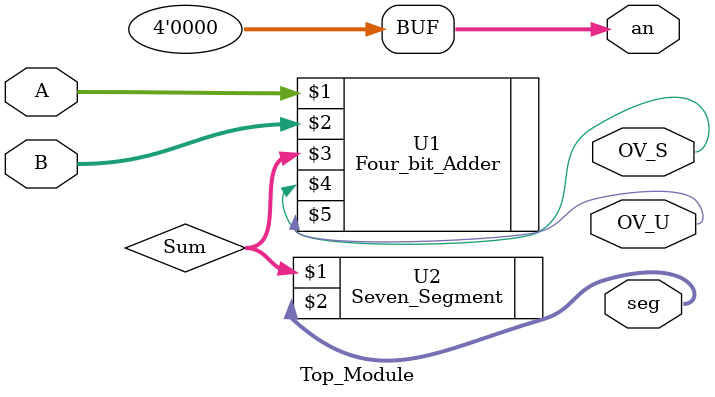
<source format=v>
`timescale 1ns / 1ps


module Top_Module(
    input [3:0] A,
    input [3:0] B,
    output OV_S,
    output OV_U,
    output [6:0] seg,
    output [3:0] an
    );
    
    wire [3:0] Sum;
    assign an = 4'b0000;
    
    Four_bit_Adder U1(A,B,Sum, OV_S, OV_U);
    Seven_Segment U2(Sum, seg);
    
endmodule

</source>
